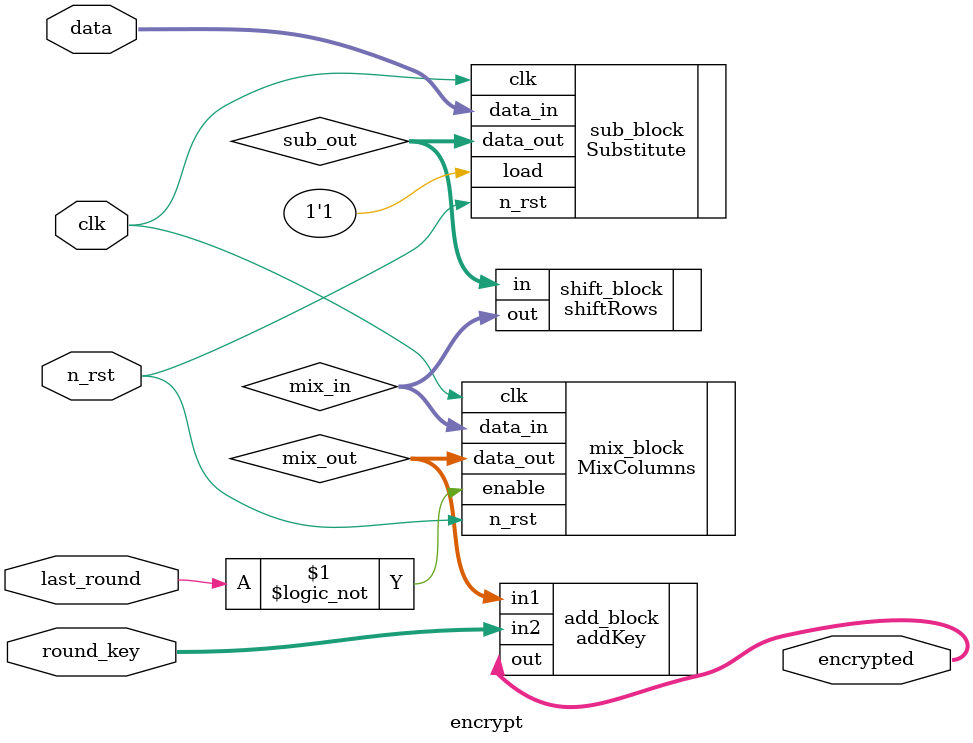
<source format=sv>
module encrypt(
	input wire clk,
	input wire n_rst,
	input wire [127:0]data,
	input wire [127:0]round_key,
	input wire last_round,
	output wire [127:0] encrypted
);
wire [127:0] sub_out;
wire [127:0] mix_in;
wire [127:0] mix_out;
Substitute sub_block(.clk(clk), .n_rst(n_rst), .load(1'b1), .data_in(data), .data_out(sub_out));
shiftRows shift_block(.in(sub_out), .out(mix_in));
MixColumns mix_block(.clk(clk), .n_rst(n_rst), .enable(!last_round), .data_in(mix_in), .data_out(mix_out));
addKey add_block(.in1(mix_out), .in2(round_key), .out(encrypted));

endmodule
</source>
